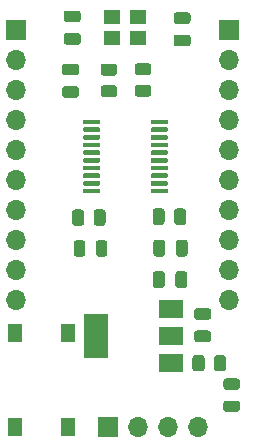
<source format=gbr>
%TF.GenerationSoftware,KiCad,Pcbnew,(5.1.10)-1*%
%TF.CreationDate,2021-10-19T17:14:30+03:00*%
%TF.ProjectId,msp,6d73702e-6b69-4636-9164-5f7063625858,rev?*%
%TF.SameCoordinates,Original*%
%TF.FileFunction,Soldermask,Top*%
%TF.FilePolarity,Negative*%
%FSLAX46Y46*%
G04 Gerber Fmt 4.6, Leading zero omitted, Abs format (unit mm)*
G04 Created by KiCad (PCBNEW (5.1.10)-1) date 2021-10-19 17:14:30*
%MOMM*%
%LPD*%
G01*
G04 APERTURE LIST*
%ADD10R,1.700000X1.700000*%
%ADD11O,1.700000X1.700000*%
%ADD12R,2.000000X3.800000*%
%ADD13R,2.000000X1.500000*%
%ADD14R,1.300000X1.550000*%
%ADD15R,1.400000X1.200000*%
G04 APERTURE END LIST*
%TO.C,C1*%
G36*
G01*
X100573820Y-82428500D02*
X101523820Y-82428500D01*
G75*
G02*
X101773820Y-82678500I0J-250000D01*
G01*
X101773820Y-83178500D01*
G75*
G02*
X101523820Y-83428500I-250000J0D01*
G01*
X100573820Y-83428500D01*
G75*
G02*
X100323820Y-83178500I0J250000D01*
G01*
X100323820Y-82678500D01*
G75*
G02*
X100573820Y-82428500I250000J0D01*
G01*
G37*
G36*
G01*
X100573820Y-80528500D02*
X101523820Y-80528500D01*
G75*
G02*
X101773820Y-80778500I0J-250000D01*
G01*
X101773820Y-81278500D01*
G75*
G02*
X101523820Y-81528500I-250000J0D01*
G01*
X100573820Y-81528500D01*
G75*
G02*
X100323820Y-81278500I0J250000D01*
G01*
X100323820Y-80778500D01*
G75*
G02*
X100573820Y-80528500I250000J0D01*
G01*
G37*
%TD*%
%TO.C,C2*%
G36*
G01*
X92219800Y-83288800D02*
X91269800Y-83288800D01*
G75*
G02*
X91019800Y-83038800I0J250000D01*
G01*
X91019800Y-82538800D01*
G75*
G02*
X91269800Y-82288800I250000J0D01*
G01*
X92219800Y-82288800D01*
G75*
G02*
X92469800Y-82538800I0J-250000D01*
G01*
X92469800Y-83038800D01*
G75*
G02*
X92219800Y-83288800I-250000J0D01*
G01*
G37*
G36*
G01*
X92219800Y-81388800D02*
X91269800Y-81388800D01*
G75*
G02*
X91019800Y-81138800I0J250000D01*
G01*
X91019800Y-80638800D01*
G75*
G02*
X91269800Y-80388800I250000J0D01*
G01*
X92219800Y-80388800D01*
G75*
G02*
X92469800Y-80638800I0J-250000D01*
G01*
X92469800Y-81138800D01*
G75*
G02*
X92219800Y-81388800I-250000J0D01*
G01*
G37*
%TD*%
%TO.C,C3*%
G36*
G01*
X91125020Y-84871900D02*
X92075020Y-84871900D01*
G75*
G02*
X92325020Y-85121900I0J-250000D01*
G01*
X92325020Y-85621900D01*
G75*
G02*
X92075020Y-85871900I-250000J0D01*
G01*
X91125020Y-85871900D01*
G75*
G02*
X90875020Y-85621900I0J250000D01*
G01*
X90875020Y-85121900D01*
G75*
G02*
X91125020Y-84871900I250000J0D01*
G01*
G37*
G36*
G01*
X91125020Y-86771900D02*
X92075020Y-86771900D01*
G75*
G02*
X92325020Y-87021900I0J-250000D01*
G01*
X92325020Y-87521900D01*
G75*
G02*
X92075020Y-87771900I-250000J0D01*
G01*
X91125020Y-87771900D01*
G75*
G02*
X90875020Y-87521900I0J250000D01*
G01*
X90875020Y-87021900D01*
G75*
G02*
X91125020Y-86771900I250000J0D01*
G01*
G37*
%TD*%
%TO.C,C4*%
G36*
G01*
X99575200Y-102689640D02*
X99575200Y-103639640D01*
G75*
G02*
X99325200Y-103889640I-250000J0D01*
G01*
X98825200Y-103889640D01*
G75*
G02*
X98575200Y-103639640I0J250000D01*
G01*
X98575200Y-102689640D01*
G75*
G02*
X98825200Y-102439640I250000J0D01*
G01*
X99325200Y-102439640D01*
G75*
G02*
X99575200Y-102689640I0J-250000D01*
G01*
G37*
G36*
G01*
X101475200Y-102689640D02*
X101475200Y-103639640D01*
G75*
G02*
X101225200Y-103889640I-250000J0D01*
G01*
X100725200Y-103889640D01*
G75*
G02*
X100475200Y-103639640I0J250000D01*
G01*
X100475200Y-102689640D01*
G75*
G02*
X100725200Y-102439640I250000J0D01*
G01*
X101225200Y-102439640D01*
G75*
G02*
X101475200Y-102689640I0J-250000D01*
G01*
G37*
%TD*%
%TO.C,C5*%
G36*
G01*
X103263720Y-108472900D02*
X102313720Y-108472900D01*
G75*
G02*
X102063720Y-108222900I0J250000D01*
G01*
X102063720Y-107722900D01*
G75*
G02*
X102313720Y-107472900I250000J0D01*
G01*
X103263720Y-107472900D01*
G75*
G02*
X103513720Y-107722900I0J-250000D01*
G01*
X103513720Y-108222900D01*
G75*
G02*
X103263720Y-108472900I-250000J0D01*
G01*
G37*
G36*
G01*
X103263720Y-106572900D02*
X102313720Y-106572900D01*
G75*
G02*
X102063720Y-106322900I0J250000D01*
G01*
X102063720Y-105822900D01*
G75*
G02*
X102313720Y-105572900I250000J0D01*
G01*
X103263720Y-105572900D01*
G75*
G02*
X103513720Y-105822900I0J-250000D01*
G01*
X103513720Y-106322900D01*
G75*
G02*
X103263720Y-106572900I-250000J0D01*
G01*
G37*
%TD*%
D10*
%TO.C,J1*%
X94759780Y-115671600D03*
D11*
X97299780Y-115671600D03*
X99839780Y-115671600D03*
X102379780Y-115671600D03*
%TD*%
D10*
%TO.C,J2*%
X105000000Y-82000000D03*
D11*
X105000000Y-84540000D03*
X105000000Y-87080000D03*
X105000000Y-89620000D03*
X105000000Y-92160000D03*
X105000000Y-94700000D03*
X105000000Y-97240000D03*
X105000000Y-99780000D03*
X105000000Y-102320000D03*
X105000000Y-104860000D03*
%TD*%
%TO.C,J3*%
X87000000Y-104860000D03*
X87000000Y-102320000D03*
X87000000Y-99780000D03*
X87000000Y-97240000D03*
X87000000Y-94700000D03*
X87000000Y-92160000D03*
X87000000Y-89620000D03*
X87000000Y-87080000D03*
X87000000Y-84540000D03*
D10*
X87000000Y-82000000D03*
%TD*%
%TO.C,R1*%
G36*
G01*
X98189202Y-87683400D02*
X97289198Y-87683400D01*
G75*
G02*
X97039200Y-87433402I0J249998D01*
G01*
X97039200Y-86908398D01*
G75*
G02*
X97289198Y-86658400I249998J0D01*
G01*
X98189202Y-86658400D01*
G75*
G02*
X98439200Y-86908398I0J-249998D01*
G01*
X98439200Y-87433402D01*
G75*
G02*
X98189202Y-87683400I-249998J0D01*
G01*
G37*
G36*
G01*
X98189202Y-85858400D02*
X97289198Y-85858400D01*
G75*
G02*
X97039200Y-85608402I0J249998D01*
G01*
X97039200Y-85083398D01*
G75*
G02*
X97289198Y-84833400I249998J0D01*
G01*
X98189202Y-84833400D01*
G75*
G02*
X98439200Y-85083398I0J-249998D01*
G01*
X98439200Y-85608402D01*
G75*
G02*
X98189202Y-85858400I-249998J0D01*
G01*
G37*
%TD*%
%TO.C,R2*%
G36*
G01*
X95293602Y-85909200D02*
X94393598Y-85909200D01*
G75*
G02*
X94143600Y-85659202I0J249998D01*
G01*
X94143600Y-85134198D01*
G75*
G02*
X94393598Y-84884200I249998J0D01*
G01*
X95293602Y-84884200D01*
G75*
G02*
X95543600Y-85134198I0J-249998D01*
G01*
X95543600Y-85659202D01*
G75*
G02*
X95293602Y-85909200I-249998J0D01*
G01*
G37*
G36*
G01*
X95293602Y-87734200D02*
X94393598Y-87734200D01*
G75*
G02*
X94143600Y-87484202I0J249998D01*
G01*
X94143600Y-86959198D01*
G75*
G02*
X94393598Y-86709200I249998J0D01*
G01*
X95293602Y-86709200D01*
G75*
G02*
X95543600Y-86959198I0J-249998D01*
G01*
X95543600Y-87484202D01*
G75*
G02*
X95293602Y-87734200I-249998J0D01*
G01*
G37*
%TD*%
%TO.C,R3*%
G36*
G01*
X102944980Y-109796158D02*
X102944980Y-110696162D01*
G75*
G02*
X102694982Y-110946160I-249998J0D01*
G01*
X102169978Y-110946160D01*
G75*
G02*
X101919980Y-110696162I0J249998D01*
G01*
X101919980Y-109796158D01*
G75*
G02*
X102169978Y-109546160I249998J0D01*
G01*
X102694982Y-109546160D01*
G75*
G02*
X102944980Y-109796158I0J-249998D01*
G01*
G37*
G36*
G01*
X104769980Y-109796158D02*
X104769980Y-110696162D01*
G75*
G02*
X104519982Y-110946160I-249998J0D01*
G01*
X103994978Y-110946160D01*
G75*
G02*
X103744980Y-110696162I0J249998D01*
G01*
X103744980Y-109796158D01*
G75*
G02*
X103994978Y-109546160I249998J0D01*
G01*
X104519982Y-109546160D01*
G75*
G02*
X104769980Y-109796158I0J-249998D01*
G01*
G37*
%TD*%
%TO.C,R4*%
G36*
G01*
X98546860Y-98295882D02*
X98546860Y-97395878D01*
G75*
G02*
X98796858Y-97145880I249998J0D01*
G01*
X99321862Y-97145880D01*
G75*
G02*
X99571860Y-97395878I0J-249998D01*
G01*
X99571860Y-98295882D01*
G75*
G02*
X99321862Y-98545880I-249998J0D01*
G01*
X98796858Y-98545880D01*
G75*
G02*
X98546860Y-98295882I0J249998D01*
G01*
G37*
G36*
G01*
X100371860Y-98295882D02*
X100371860Y-97395878D01*
G75*
G02*
X100621858Y-97145880I249998J0D01*
G01*
X101146862Y-97145880D01*
G75*
G02*
X101396860Y-97395878I0J-249998D01*
G01*
X101396860Y-98295882D01*
G75*
G02*
X101146862Y-98545880I-249998J0D01*
G01*
X100621858Y-98545880D01*
G75*
G02*
X100371860Y-98295882I0J249998D01*
G01*
G37*
%TD*%
%TO.C,R5*%
G36*
G01*
X94579500Y-97472078D02*
X94579500Y-98372082D01*
G75*
G02*
X94329502Y-98622080I-249998J0D01*
G01*
X93804498Y-98622080D01*
G75*
G02*
X93554500Y-98372082I0J249998D01*
G01*
X93554500Y-97472078D01*
G75*
G02*
X93804498Y-97222080I249998J0D01*
G01*
X94329502Y-97222080D01*
G75*
G02*
X94579500Y-97472078I0J-249998D01*
G01*
G37*
G36*
G01*
X92754500Y-97472078D02*
X92754500Y-98372082D01*
G75*
G02*
X92504502Y-98622080I-249998J0D01*
G01*
X91979498Y-98622080D01*
G75*
G02*
X91729500Y-98372082I0J249998D01*
G01*
X91729500Y-97472078D01*
G75*
G02*
X91979498Y-97222080I249998J0D01*
G01*
X92504502Y-97222080D01*
G75*
G02*
X92754500Y-97472078I0J-249998D01*
G01*
G37*
%TD*%
D12*
%TO.C,U2*%
X93786560Y-107916980D03*
D13*
X100086560Y-107916980D03*
X100086560Y-105616980D03*
X100086560Y-110216980D03*
%TD*%
%TO.C,D1*%
G36*
G01*
X105696070Y-114381340D02*
X104783570Y-114381340D01*
G75*
G02*
X104539820Y-114137590I0J243750D01*
G01*
X104539820Y-113650090D01*
G75*
G02*
X104783570Y-113406340I243750J0D01*
G01*
X105696070Y-113406340D01*
G75*
G02*
X105939820Y-113650090I0J-243750D01*
G01*
X105939820Y-114137590D01*
G75*
G02*
X105696070Y-114381340I-243750J0D01*
G01*
G37*
G36*
G01*
X105696070Y-112506340D02*
X104783570Y-112506340D01*
G75*
G02*
X104539820Y-112262590I0J243750D01*
G01*
X104539820Y-111775090D01*
G75*
G02*
X104783570Y-111531340I243750J0D01*
G01*
X105696070Y-111531340D01*
G75*
G02*
X105939820Y-111775090I0J-243750D01*
G01*
X105939820Y-112262590D01*
G75*
G02*
X105696070Y-112506340I-243750J0D01*
G01*
G37*
%TD*%
%TO.C,D2*%
G36*
G01*
X93744200Y-100984370D02*
X93744200Y-100071870D01*
G75*
G02*
X93987950Y-99828120I243750J0D01*
G01*
X94475450Y-99828120D01*
G75*
G02*
X94719200Y-100071870I0J-243750D01*
G01*
X94719200Y-100984370D01*
G75*
G02*
X94475450Y-101228120I-243750J0D01*
G01*
X93987950Y-101228120D01*
G75*
G02*
X93744200Y-100984370I0J243750D01*
G01*
G37*
G36*
G01*
X91869200Y-100984370D02*
X91869200Y-100071870D01*
G75*
G02*
X92112950Y-99828120I243750J0D01*
G01*
X92600450Y-99828120D01*
G75*
G02*
X92844200Y-100071870I0J-243750D01*
G01*
X92844200Y-100984370D01*
G75*
G02*
X92600450Y-101228120I-243750J0D01*
G01*
X92112950Y-101228120D01*
G75*
G02*
X91869200Y-100984370I0J243750D01*
G01*
G37*
%TD*%
%TO.C,C6*%
G36*
G01*
X98615840Y-100977720D02*
X98615840Y-100027720D01*
G75*
G02*
X98865840Y-99777720I250000J0D01*
G01*
X99365840Y-99777720D01*
G75*
G02*
X99615840Y-100027720I0J-250000D01*
G01*
X99615840Y-100977720D01*
G75*
G02*
X99365840Y-101227720I-250000J0D01*
G01*
X98865840Y-101227720D01*
G75*
G02*
X98615840Y-100977720I0J250000D01*
G01*
G37*
G36*
G01*
X100515840Y-100977720D02*
X100515840Y-100027720D01*
G75*
G02*
X100765840Y-99777720I250000J0D01*
G01*
X101265840Y-99777720D01*
G75*
G02*
X101515840Y-100027720I0J-250000D01*
G01*
X101515840Y-100977720D01*
G75*
G02*
X101265840Y-101227720I-250000J0D01*
G01*
X100765840Y-101227720D01*
G75*
G02*
X100515840Y-100977720I0J250000D01*
G01*
G37*
%TD*%
D14*
%TO.C,SW1*%
X91378600Y-115663880D03*
X86878600Y-115663880D03*
X86878600Y-107713880D03*
X91378600Y-107713880D03*
%TD*%
D15*
%TO.C,Y1*%
X97317740Y-80971020D03*
X95117740Y-80971020D03*
X95117740Y-82671020D03*
X97317740Y-82671020D03*
%TD*%
%TO.C,U1*%
G36*
G01*
X92650000Y-89925000D02*
X92650000Y-89725000D01*
G75*
G02*
X92750000Y-89625000I100000J0D01*
G01*
X94025000Y-89625000D01*
G75*
G02*
X94125000Y-89725000I0J-100000D01*
G01*
X94125000Y-89925000D01*
G75*
G02*
X94025000Y-90025000I-100000J0D01*
G01*
X92750000Y-90025000D01*
G75*
G02*
X92650000Y-89925000I0J100000D01*
G01*
G37*
G36*
G01*
X92650000Y-90575000D02*
X92650000Y-90375000D01*
G75*
G02*
X92750000Y-90275000I100000J0D01*
G01*
X94025000Y-90275000D01*
G75*
G02*
X94125000Y-90375000I0J-100000D01*
G01*
X94125000Y-90575000D01*
G75*
G02*
X94025000Y-90675000I-100000J0D01*
G01*
X92750000Y-90675000D01*
G75*
G02*
X92650000Y-90575000I0J100000D01*
G01*
G37*
G36*
G01*
X92650000Y-91225000D02*
X92650000Y-91025000D01*
G75*
G02*
X92750000Y-90925000I100000J0D01*
G01*
X94025000Y-90925000D01*
G75*
G02*
X94125000Y-91025000I0J-100000D01*
G01*
X94125000Y-91225000D01*
G75*
G02*
X94025000Y-91325000I-100000J0D01*
G01*
X92750000Y-91325000D01*
G75*
G02*
X92650000Y-91225000I0J100000D01*
G01*
G37*
G36*
G01*
X92650000Y-91875000D02*
X92650000Y-91675000D01*
G75*
G02*
X92750000Y-91575000I100000J0D01*
G01*
X94025000Y-91575000D01*
G75*
G02*
X94125000Y-91675000I0J-100000D01*
G01*
X94125000Y-91875000D01*
G75*
G02*
X94025000Y-91975000I-100000J0D01*
G01*
X92750000Y-91975000D01*
G75*
G02*
X92650000Y-91875000I0J100000D01*
G01*
G37*
G36*
G01*
X92650000Y-92525000D02*
X92650000Y-92325000D01*
G75*
G02*
X92750000Y-92225000I100000J0D01*
G01*
X94025000Y-92225000D01*
G75*
G02*
X94125000Y-92325000I0J-100000D01*
G01*
X94125000Y-92525000D01*
G75*
G02*
X94025000Y-92625000I-100000J0D01*
G01*
X92750000Y-92625000D01*
G75*
G02*
X92650000Y-92525000I0J100000D01*
G01*
G37*
G36*
G01*
X92650000Y-93175000D02*
X92650000Y-92975000D01*
G75*
G02*
X92750000Y-92875000I100000J0D01*
G01*
X94025000Y-92875000D01*
G75*
G02*
X94125000Y-92975000I0J-100000D01*
G01*
X94125000Y-93175000D01*
G75*
G02*
X94025000Y-93275000I-100000J0D01*
G01*
X92750000Y-93275000D01*
G75*
G02*
X92650000Y-93175000I0J100000D01*
G01*
G37*
G36*
G01*
X92650000Y-93825000D02*
X92650000Y-93625000D01*
G75*
G02*
X92750000Y-93525000I100000J0D01*
G01*
X94025000Y-93525000D01*
G75*
G02*
X94125000Y-93625000I0J-100000D01*
G01*
X94125000Y-93825000D01*
G75*
G02*
X94025000Y-93925000I-100000J0D01*
G01*
X92750000Y-93925000D01*
G75*
G02*
X92650000Y-93825000I0J100000D01*
G01*
G37*
G36*
G01*
X92650000Y-94475000D02*
X92650000Y-94275000D01*
G75*
G02*
X92750000Y-94175000I100000J0D01*
G01*
X94025000Y-94175000D01*
G75*
G02*
X94125000Y-94275000I0J-100000D01*
G01*
X94125000Y-94475000D01*
G75*
G02*
X94025000Y-94575000I-100000J0D01*
G01*
X92750000Y-94575000D01*
G75*
G02*
X92650000Y-94475000I0J100000D01*
G01*
G37*
G36*
G01*
X92650000Y-95125000D02*
X92650000Y-94925000D01*
G75*
G02*
X92750000Y-94825000I100000J0D01*
G01*
X94025000Y-94825000D01*
G75*
G02*
X94125000Y-94925000I0J-100000D01*
G01*
X94125000Y-95125000D01*
G75*
G02*
X94025000Y-95225000I-100000J0D01*
G01*
X92750000Y-95225000D01*
G75*
G02*
X92650000Y-95125000I0J100000D01*
G01*
G37*
G36*
G01*
X92650000Y-95775000D02*
X92650000Y-95575000D01*
G75*
G02*
X92750000Y-95475000I100000J0D01*
G01*
X94025000Y-95475000D01*
G75*
G02*
X94125000Y-95575000I0J-100000D01*
G01*
X94125000Y-95775000D01*
G75*
G02*
X94025000Y-95875000I-100000J0D01*
G01*
X92750000Y-95875000D01*
G75*
G02*
X92650000Y-95775000I0J100000D01*
G01*
G37*
G36*
G01*
X98375000Y-95775000D02*
X98375000Y-95575000D01*
G75*
G02*
X98475000Y-95475000I100000J0D01*
G01*
X99750000Y-95475000D01*
G75*
G02*
X99850000Y-95575000I0J-100000D01*
G01*
X99850000Y-95775000D01*
G75*
G02*
X99750000Y-95875000I-100000J0D01*
G01*
X98475000Y-95875000D01*
G75*
G02*
X98375000Y-95775000I0J100000D01*
G01*
G37*
G36*
G01*
X98375000Y-95125000D02*
X98375000Y-94925000D01*
G75*
G02*
X98475000Y-94825000I100000J0D01*
G01*
X99750000Y-94825000D01*
G75*
G02*
X99850000Y-94925000I0J-100000D01*
G01*
X99850000Y-95125000D01*
G75*
G02*
X99750000Y-95225000I-100000J0D01*
G01*
X98475000Y-95225000D01*
G75*
G02*
X98375000Y-95125000I0J100000D01*
G01*
G37*
G36*
G01*
X98375000Y-94475000D02*
X98375000Y-94275000D01*
G75*
G02*
X98475000Y-94175000I100000J0D01*
G01*
X99750000Y-94175000D01*
G75*
G02*
X99850000Y-94275000I0J-100000D01*
G01*
X99850000Y-94475000D01*
G75*
G02*
X99750000Y-94575000I-100000J0D01*
G01*
X98475000Y-94575000D01*
G75*
G02*
X98375000Y-94475000I0J100000D01*
G01*
G37*
G36*
G01*
X98375000Y-93825000D02*
X98375000Y-93625000D01*
G75*
G02*
X98475000Y-93525000I100000J0D01*
G01*
X99750000Y-93525000D01*
G75*
G02*
X99850000Y-93625000I0J-100000D01*
G01*
X99850000Y-93825000D01*
G75*
G02*
X99750000Y-93925000I-100000J0D01*
G01*
X98475000Y-93925000D01*
G75*
G02*
X98375000Y-93825000I0J100000D01*
G01*
G37*
G36*
G01*
X98375000Y-93175000D02*
X98375000Y-92975000D01*
G75*
G02*
X98475000Y-92875000I100000J0D01*
G01*
X99750000Y-92875000D01*
G75*
G02*
X99850000Y-92975000I0J-100000D01*
G01*
X99850000Y-93175000D01*
G75*
G02*
X99750000Y-93275000I-100000J0D01*
G01*
X98475000Y-93275000D01*
G75*
G02*
X98375000Y-93175000I0J100000D01*
G01*
G37*
G36*
G01*
X98375000Y-92525000D02*
X98375000Y-92325000D01*
G75*
G02*
X98475000Y-92225000I100000J0D01*
G01*
X99750000Y-92225000D01*
G75*
G02*
X99850000Y-92325000I0J-100000D01*
G01*
X99850000Y-92525000D01*
G75*
G02*
X99750000Y-92625000I-100000J0D01*
G01*
X98475000Y-92625000D01*
G75*
G02*
X98375000Y-92525000I0J100000D01*
G01*
G37*
G36*
G01*
X98375000Y-91875000D02*
X98375000Y-91675000D01*
G75*
G02*
X98475000Y-91575000I100000J0D01*
G01*
X99750000Y-91575000D01*
G75*
G02*
X99850000Y-91675000I0J-100000D01*
G01*
X99850000Y-91875000D01*
G75*
G02*
X99750000Y-91975000I-100000J0D01*
G01*
X98475000Y-91975000D01*
G75*
G02*
X98375000Y-91875000I0J100000D01*
G01*
G37*
G36*
G01*
X98375000Y-91225000D02*
X98375000Y-91025000D01*
G75*
G02*
X98475000Y-90925000I100000J0D01*
G01*
X99750000Y-90925000D01*
G75*
G02*
X99850000Y-91025000I0J-100000D01*
G01*
X99850000Y-91225000D01*
G75*
G02*
X99750000Y-91325000I-100000J0D01*
G01*
X98475000Y-91325000D01*
G75*
G02*
X98375000Y-91225000I0J100000D01*
G01*
G37*
G36*
G01*
X98375000Y-90575000D02*
X98375000Y-90375000D01*
G75*
G02*
X98475000Y-90275000I100000J0D01*
G01*
X99750000Y-90275000D01*
G75*
G02*
X99850000Y-90375000I0J-100000D01*
G01*
X99850000Y-90575000D01*
G75*
G02*
X99750000Y-90675000I-100000J0D01*
G01*
X98475000Y-90675000D01*
G75*
G02*
X98375000Y-90575000I0J100000D01*
G01*
G37*
G36*
G01*
X98375000Y-89925000D02*
X98375000Y-89725000D01*
G75*
G02*
X98475000Y-89625000I100000J0D01*
G01*
X99750000Y-89625000D01*
G75*
G02*
X99850000Y-89725000I0J-100000D01*
G01*
X99850000Y-89925000D01*
G75*
G02*
X99750000Y-90025000I-100000J0D01*
G01*
X98475000Y-90025000D01*
G75*
G02*
X98375000Y-89925000I0J100000D01*
G01*
G37*
%TD*%
M02*

</source>
